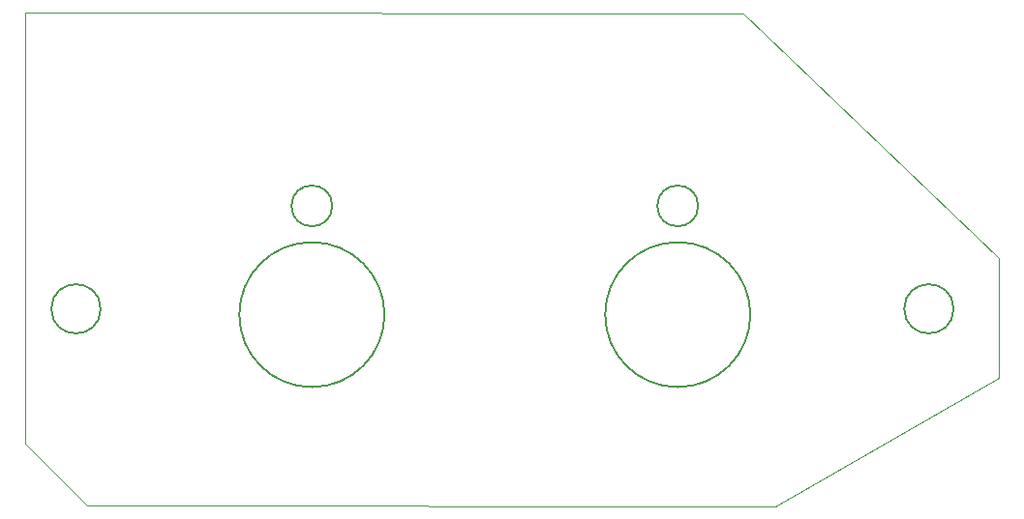
<source format=gbr>
%TF.GenerationSoftware,KiCad,Pcbnew,(5.1.6)-1*%
%TF.CreationDate,2020-11-24T18:40:46+11:00*%
%TF.ProjectId,ANT SEL Panel PCB V1,414e5420-5345-44c2-9050-616e656c2050,rev?*%
%TF.SameCoordinates,Original*%
%TF.FileFunction,Profile,NP*%
%FSLAX46Y46*%
G04 Gerber Fmt 4.6, Leading zero omitted, Abs format (unit mm)*
G04 Created by KiCad (PCBNEW (5.1.6)-1) date 2020-11-24 18:40:46*
%MOMM*%
%LPD*%
G01*
G04 APERTURE LIST*
%TA.AperFunction,Profile*%
%ADD10C,0.100000*%
%TD*%
%TA.AperFunction,Profile*%
%ADD11C,0.200000*%
%TD*%
G04 APERTURE END LIST*
D10*
X77600000Y-38300000D02*
X140450000Y-38425000D01*
X77600000Y-76050000D02*
X77600000Y-38300000D01*
X83058000Y-81483200D02*
X77600000Y-76050000D01*
X143256000Y-81534000D02*
X83058000Y-81483200D01*
X162814000Y-70307200D02*
X143256000Y-81534000D01*
X162814000Y-59842400D02*
X162814000Y-70307200D01*
X140450000Y-38425000D02*
X162814000Y-59842400D01*
D11*
X141052070Y-64763673D02*
G75*
G03*
X141052070Y-64763673I-6350000J0D01*
G01*
X109048070Y-64763673D02*
G75*
G03*
X109048070Y-64763673I-6350000J0D01*
G01*
X158825720Y-64255673D02*
G75*
G03*
X158825720Y-64255673I-2152650J0D01*
G01*
X84213220Y-64255673D02*
G75*
G03*
X84213220Y-64255673I-2152650J0D01*
G01*
X136488071Y-55238673D02*
G75*
G03*
X136488071Y-55238673I-1786001J0D01*
G01*
X104484071Y-55238673D02*
G75*
G03*
X104484071Y-55238673I-1786001J0D01*
G01*
M02*

</source>
